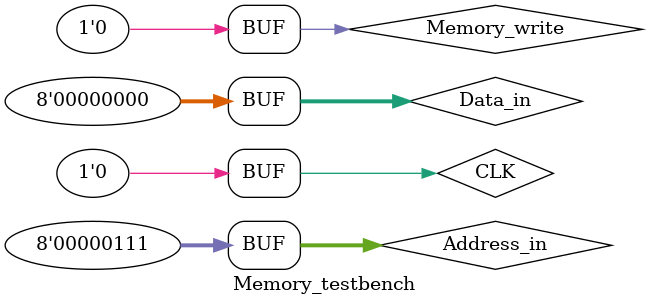
<source format=v>
`timescale 1ns / 1ps


module Memory_testbench;

	// Inputs
	reg [7:0] Data_in;
	reg [7:0] Address_in;
	reg CLK;
	reg Memory_write;

	// Outputs
	wire [7:0] Data_out;

	// Instantiate the Unit Under Test (UUT)
	Memory uut (
		.Data_in(Data_in), 
		.Address_in(Address_in), 
		.CLK(CLK), 
		.Memory_write(Memory_write), 
		.Data_out(Data_out)
	);

	initial begin
		// Initialize Inputs
		Data_in = 0;
		Address_in = 0;
		CLK = 0;
		Memory_write = 0;

		// Wait 100 ns for global reset to finish
		#100;
        
		// Add stimulus here
		CLK = 1; Address_in = 0;
		#50 CLK = 0;
		#50 CLK = 1; Address_in = 1;
		#50 CLK = 0;
		#50 CLK = 1; Address_in = 2;
		#50 CLK = 0;
		#50 CLK = 1; Address_in = 3;
		#50 CLK = 0;
		#50 CLK = 1; Address_in = 4;
		#50 CLK = 0;
		#50 CLK = 1; Address_in = 5;
		#50 CLK = 0;
		#50 CLK = 1; Address_in = 6;
		#50 CLK = 0;
		#50 CLK = 1; Address_in = 7;
		#50 CLK = 0;

	end
      
endmodule


</source>
